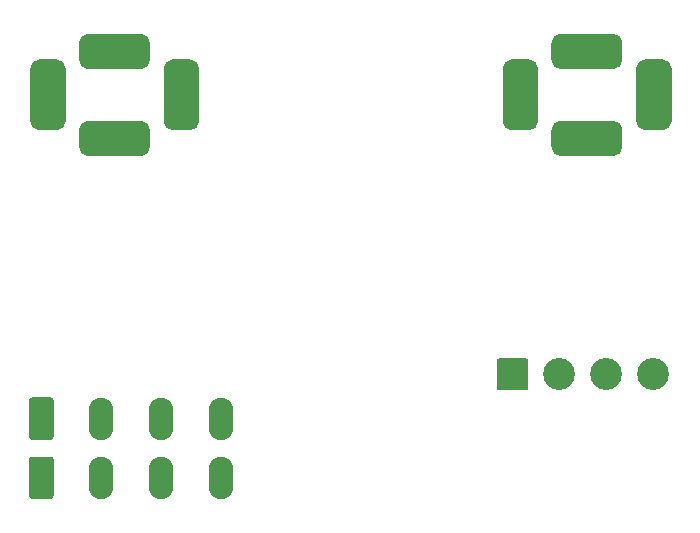
<source format=gbr>
%TF.GenerationSoftware,KiCad,Pcbnew,(5.1.6)-1*%
%TF.CreationDate,2020-12-17T16:36:24+01:00*%
%TF.ProjectId,Ingressi,496e6772-6573-4736-992e-6b696361645f,v1.0*%
%TF.SameCoordinates,Original*%
%TF.FileFunction,Soldermask,Bot*%
%TF.FilePolarity,Negative*%
%FSLAX46Y46*%
G04 Gerber Fmt 4.6, Leading zero omitted, Abs format (unit mm)*
G04 Created by KiCad (PCBNEW (5.1.6)-1) date 2020-12-17 16:36:24*
%MOMM*%
%LPD*%
G01*
G04 APERTURE LIST*
%ADD10O,2.080000X3.600000*%
%ADD11C,2.700000*%
G04 APERTURE END LIST*
D10*
X58960000Y-82600000D03*
X53880000Y-82600000D03*
X64040000Y-82600000D03*
G36*
G01*
X47760000Y-84150001D02*
X47760000Y-81049999D01*
G75*
G02*
X48009999Y-80800000I249999J0D01*
G01*
X49590001Y-80800000D01*
G75*
G02*
X49840000Y-81049999I0J-249999D01*
G01*
X49840000Y-84150001D01*
G75*
G02*
X49590001Y-84400000I-249999J0D01*
G01*
X48009999Y-84400000D01*
G75*
G02*
X47760000Y-84150001I0J249999D01*
G01*
G37*
G36*
G01*
X47760000Y-79150001D02*
X47760000Y-76049999D01*
G75*
G02*
X48009999Y-75800000I249999J0D01*
G01*
X49590001Y-75800000D01*
G75*
G02*
X49840000Y-76049999I0J-249999D01*
G01*
X49840000Y-79150001D01*
G75*
G02*
X49590001Y-79400000I-249999J0D01*
G01*
X48009999Y-79400000D01*
G75*
G02*
X47760000Y-79150001I0J249999D01*
G01*
G37*
X53880000Y-77600000D03*
X64040000Y-77600000D03*
X58960000Y-77600000D03*
G36*
G01*
X102164200Y-47933000D02*
X102164200Y-52433000D01*
G75*
G02*
X101414200Y-53183000I-750000J0D01*
G01*
X99914200Y-53183000D01*
G75*
G02*
X99164200Y-52433000I0J750000D01*
G01*
X99164200Y-47933000D01*
G75*
G02*
X99914200Y-47183000I750000J0D01*
G01*
X101414200Y-47183000D01*
G75*
G02*
X102164200Y-47933000I0J-750000D01*
G01*
G37*
G36*
G01*
X92750000Y-52366000D02*
X97250000Y-52366000D01*
G75*
G02*
X98000000Y-53116000I0J-750000D01*
G01*
X98000000Y-54616000D01*
G75*
G02*
X97250000Y-55366000I-750000J0D01*
G01*
X92750000Y-55366000D01*
G75*
G02*
X92000000Y-54616000I0J750000D01*
G01*
X92000000Y-53116000D01*
G75*
G02*
X92750000Y-52366000I750000J0D01*
G01*
G37*
G36*
G01*
X90861200Y-47933000D02*
X90861200Y-52433000D01*
G75*
G02*
X90111200Y-53183000I-750000J0D01*
G01*
X88611200Y-53183000D01*
G75*
G02*
X87861200Y-52433000I0J750000D01*
G01*
X87861200Y-47933000D01*
G75*
G02*
X88611200Y-47183000I750000J0D01*
G01*
X90111200Y-47183000D01*
G75*
G02*
X90861200Y-47933000I0J-750000D01*
G01*
G37*
G36*
G01*
X97250000Y-48000000D02*
X92750000Y-48000000D01*
G75*
G02*
X92000000Y-47250000I0J750000D01*
G01*
X92000000Y-45750000D01*
G75*
G02*
X92750000Y-45000000I750000J0D01*
G01*
X97250000Y-45000000D01*
G75*
G02*
X98000000Y-45750000I0J-750000D01*
G01*
X98000000Y-47250000D01*
G75*
G02*
X97250000Y-48000000I-750000J0D01*
G01*
G37*
G36*
G01*
X62164200Y-47933000D02*
X62164200Y-52433000D01*
G75*
G02*
X61414200Y-53183000I-750000J0D01*
G01*
X59914200Y-53183000D01*
G75*
G02*
X59164200Y-52433000I0J750000D01*
G01*
X59164200Y-47933000D01*
G75*
G02*
X59914200Y-47183000I750000J0D01*
G01*
X61414200Y-47183000D01*
G75*
G02*
X62164200Y-47933000I0J-750000D01*
G01*
G37*
G36*
G01*
X52750000Y-52366000D02*
X57250000Y-52366000D01*
G75*
G02*
X58000000Y-53116000I0J-750000D01*
G01*
X58000000Y-54616000D01*
G75*
G02*
X57250000Y-55366000I-750000J0D01*
G01*
X52750000Y-55366000D01*
G75*
G02*
X52000000Y-54616000I0J750000D01*
G01*
X52000000Y-53116000D01*
G75*
G02*
X52750000Y-52366000I750000J0D01*
G01*
G37*
G36*
G01*
X50861200Y-47933000D02*
X50861200Y-52433000D01*
G75*
G02*
X50111200Y-53183000I-750000J0D01*
G01*
X48611200Y-53183000D01*
G75*
G02*
X47861200Y-52433000I0J750000D01*
G01*
X47861200Y-47933000D01*
G75*
G02*
X48611200Y-47183000I750000J0D01*
G01*
X50111200Y-47183000D01*
G75*
G02*
X50861200Y-47933000I0J-750000D01*
G01*
G37*
G36*
G01*
X57250000Y-48000000D02*
X52750000Y-48000000D01*
G75*
G02*
X52000000Y-47250000I0J750000D01*
G01*
X52000000Y-45750000D01*
G75*
G02*
X52750000Y-45000000I750000J0D01*
G01*
X57250000Y-45000000D01*
G75*
G02*
X58000000Y-45750000I0J-750000D01*
G01*
X58000000Y-47250000D01*
G75*
G02*
X57250000Y-48000000I-750000J0D01*
G01*
G37*
D11*
X100580000Y-73850000D03*
X96620000Y-73850000D03*
X92660000Y-73850000D03*
G36*
G01*
X87350000Y-74949999D02*
X87350000Y-72750001D01*
G75*
G02*
X87600001Y-72500000I250001J0D01*
G01*
X89799999Y-72500000D01*
G75*
G02*
X90050000Y-72750001I0J-250001D01*
G01*
X90050000Y-74949999D01*
G75*
G02*
X89799999Y-75200000I-250001J0D01*
G01*
X87600001Y-75200000D01*
G75*
G02*
X87350000Y-74949999I0J250001D01*
G01*
G37*
M02*

</source>
